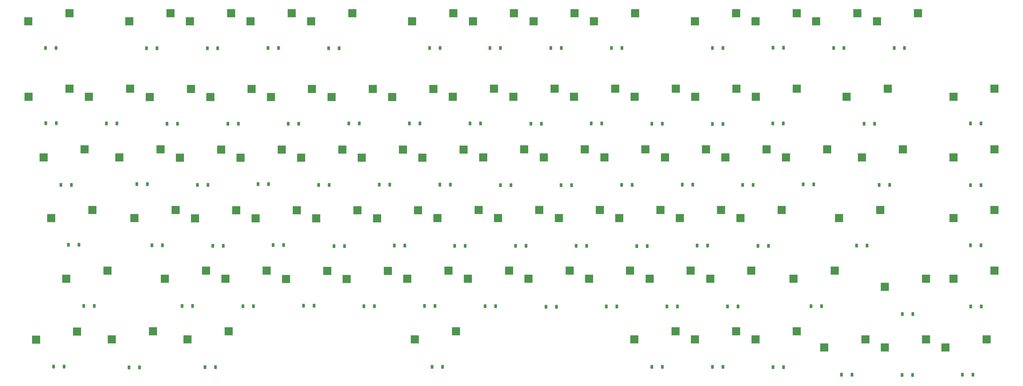
<source format=gbr>
%TF.GenerationSoftware,KiCad,Pcbnew,7.0.7*%
%TF.CreationDate,2023-10-13T15:10:29-04:00*%
%TF.ProjectId,Model A-1.0,4d6f6465-6c20-4412-9d31-2e302e6b6963,1.0*%
%TF.SameCoordinates,Original*%
%TF.FileFunction,Paste,Bot*%
%TF.FilePolarity,Positive*%
%FSLAX46Y46*%
G04 Gerber Fmt 4.6, Leading zero omitted, Abs format (unit mm)*
G04 Created by KiCad (PCBNEW 7.0.7) date 2023-10-13 15:10:29*
%MOMM*%
%LPD*%
G01*
G04 APERTURE LIST*
G04 Aperture macros list*
%AMRoundRect*
0 Rectangle with rounded corners*
0 $1 Rounding radius*
0 $2 $3 $4 $5 $6 $7 $8 $9 X,Y pos of 4 corners*
0 Add a 4 corners polygon primitive as box body*
4,1,4,$2,$3,$4,$5,$6,$7,$8,$9,$2,$3,0*
0 Add four circle primitives for the rounded corners*
1,1,$1+$1,$2,$3*
1,1,$1+$1,$4,$5*
1,1,$1+$1,$6,$7*
1,1,$1+$1,$8,$9*
0 Add four rect primitives between the rounded corners*
20,1,$1+$1,$2,$3,$4,$5,0*
20,1,$1+$1,$4,$5,$6,$7,0*
20,1,$1+$1,$6,$7,$8,$9,0*
20,1,$1+$1,$8,$9,$2,$3,0*%
G04 Aperture macros list end*
%ADD10R,2.550000X2.500000*%
%ADD11RoundRect,0.225000X0.225000X0.375000X-0.225000X0.375000X-0.225000X-0.375000X0.225000X-0.375000X0*%
G04 APERTURE END LIST*
D10*
%TO.C,SW-1U-66*%
X239715000Y-129070000D03*
X252642000Y-126530000D03*
%TD*%
%TO.C,SW-2.25U-57*%
X56368000Y-129080000D03*
X69295000Y-126540000D03*
%TD*%
%TO.C,SW-1.75U-68*%
X284970000Y-129070000D03*
X297897000Y-126530000D03*
%TD*%
%TO.C,SW-1U-15*%
X82585000Y-71935000D03*
X95512000Y-69395000D03*
%TD*%
%TO.C,SW-1U-10*%
X273055000Y-48160000D03*
X285982000Y-45620000D03*
%TD*%
%TO.C,SW-1U-25*%
X273080000Y-71925000D03*
X286007000Y-69385000D03*
%TD*%
%TO.C,SW-1U-46*%
X115905000Y-110035000D03*
X128832000Y-107495000D03*
%TD*%
%TO.C,SW-1U-51*%
X211165000Y-110025000D03*
X224092000Y-107485000D03*
%TD*%
%TO.C,SW-1U-79*%
X332717000Y-150620000D03*
X345644000Y-148080000D03*
%TD*%
%TO.C,SW-1U-38*%
X244535000Y-90975000D03*
X257462000Y-88435000D03*
%TD*%
%TO.C,SW-1.5U-41*%
X306415000Y-90970000D03*
X319342000Y-88430000D03*
%TD*%
%TO.C,SW-1U-19*%
X158790000Y-71940000D03*
X171717000Y-69400000D03*
%TD*%
%TO.C,SW-1U-36*%
X206425000Y-90975000D03*
X219352000Y-88435000D03*
%TD*%
%TO.C,SW-1.25U-71*%
X70665000Y-148130000D03*
X83592000Y-145590000D03*
%TD*%
%TO.C,SW-1U-20*%
X177840000Y-71930000D03*
X190767000Y-69390000D03*
%TD*%
%TO.C,SW-1U-18*%
X139735000Y-71940000D03*
X152662000Y-69400000D03*
%TD*%
%TO.C,SW-1U-60*%
X125440000Y-129085000D03*
X138367000Y-126545000D03*
%TD*%
%TO.C,SW-1U-65*%
X220670000Y-129070000D03*
X233597000Y-126530000D03*
%TD*%
%TO.C,SW-1U-12*%
X311160000Y-48165000D03*
X324087000Y-45625000D03*
%TD*%
%TO.C,SW-1U-48*%
X154015000Y-110045000D03*
X166942000Y-107505000D03*
%TD*%
%TO.C,SW-1U-44*%
X77795000Y-110015000D03*
X90722000Y-107475000D03*
%TD*%
%TO.C,SW-1U-63*%
X182580000Y-129070000D03*
X195507000Y-126530000D03*
%TD*%
%TO.C,SW-1U-16*%
X101635000Y-71945000D03*
X114562000Y-69405000D03*
%TD*%
%TO.C,SW-1U-49*%
X173060000Y-110025000D03*
X185987000Y-107485000D03*
%TD*%
%TO.C,SW-1U-32*%
X130210000Y-90985000D03*
X143137000Y-88445000D03*
%TD*%
%TO.C,SW-1U-47*%
X134960000Y-110040000D03*
X147887000Y-107500000D03*
%TD*%
%TO.C,SW-1.75U-43*%
X51600000Y-110020000D03*
X64527000Y-107480000D03*
%TD*%
%TO.C,SW-1.25U-72*%
X94475000Y-148125000D03*
X107402000Y-145585000D03*
%TD*%
%TO.C,SW-1U-50*%
X192110000Y-110025000D03*
X205037000Y-107485000D03*
%TD*%
%TO.C,SW-1U-3*%
X114295000Y-48150000D03*
X127222000Y-45610000D03*
%TD*%
%TO.C,SW-1U-31*%
X111155000Y-90985000D03*
X124082000Y-88445000D03*
%TD*%
%TO.C,SW-1U-17*%
X120680000Y-71940000D03*
X133607000Y-69400000D03*
%TD*%
%TO.C,SW-1.25U-70*%
X46850000Y-148135000D03*
X59777000Y-145595000D03*
%TD*%
%TO.C,SW-1U-75*%
X254005000Y-148120000D03*
X266932000Y-145580000D03*
%TD*%
%TO.C,SW-1U-39*%
X263570000Y-90975000D03*
X276497000Y-88435000D03*
%TD*%
%TO.C,SW-1U-8*%
X222235000Y-48160000D03*
X235162000Y-45620000D03*
%TD*%
%TO.C,SW-1U-4*%
X133350000Y-48155000D03*
X146277000Y-45615000D03*
%TD*%
%TO.C,SW-1U-2*%
X95245000Y-48150000D03*
X108172000Y-45610000D03*
%TD*%
%TO.C,SW-1U-13*%
X44460000Y-71925000D03*
X57387000Y-69385000D03*
%TD*%
%TO.C,SW-1U-64*%
X201630000Y-129075000D03*
X214557000Y-126535000D03*
%TD*%
%TO.C,SW-1U-80*%
X335210000Y-129070000D03*
X348137000Y-126530000D03*
%TD*%
%TO.C,SW-1U-74*%
X234955000Y-148120000D03*
X247882000Y-145580000D03*
%TD*%
%TO.C,SW-1U-23*%
X235005000Y-71925000D03*
X247932000Y-69385000D03*
%TD*%
%TO.C,SW-1U-33*%
X149260000Y-90990000D03*
X162187000Y-88450000D03*
%TD*%
%TO.C,SW-1U-42*%
X335205000Y-90975000D03*
X348132000Y-88435000D03*
%TD*%
%TO.C,SW-1U-30*%
X92100000Y-90985000D03*
X105027000Y-88445000D03*
%TD*%
%TO.C,SW-1U-62*%
X163530000Y-129075000D03*
X176457000Y-126535000D03*
%TD*%
%TO.C,SW-1U-53*%
X249260000Y-110015000D03*
X262187000Y-107475000D03*
%TD*%
%TO.C,SW-1U-0*%
X44455000Y-48160000D03*
X57382000Y-45620000D03*
%TD*%
%TO.C,SW-1U-24*%
X254040000Y-71925000D03*
X266967000Y-69385000D03*
%TD*%
%TO.C,SW-1U-21*%
X196905000Y-71930000D03*
X209832000Y-69390000D03*
%TD*%
%TO.C,SW-2U-26*%
X301652000Y-71915000D03*
X314579000Y-69375000D03*
%TD*%
%TO.C,SW-1U-14*%
X63505000Y-71925000D03*
X76432000Y-69385000D03*
%TD*%
%TO.C,SW-1U-56*%
X335210000Y-110025000D03*
X348137000Y-107485000D03*
%TD*%
%TO.C,SW-1U-1*%
X76195000Y-48155000D03*
X89122000Y-45615000D03*
%TD*%
%TO.C,SW-1U-52*%
X230210000Y-110020000D03*
X243137000Y-107480000D03*
%TD*%
%TO.C,SW-6.25U-73*%
X165899900Y-148125000D03*
X178826900Y-145585000D03*
%TD*%
%TO.C,SW-1U-76*%
X273055000Y-148120000D03*
X285982000Y-145580000D03*
%TD*%
%TO.C,SW-1U-27*%
X335205000Y-71925000D03*
X348132000Y-69385000D03*
%TD*%
%TO.C,SW-1U-54*%
X268305000Y-110025000D03*
X281232000Y-107485000D03*
%TD*%
%TO.C,SW-1U-22*%
X215955000Y-71925000D03*
X228882000Y-69385000D03*
%TD*%
%TO.C,SW-1U-61*%
X144475000Y-129085000D03*
X157402000Y-126545000D03*
%TD*%
%TO.C,SW-1U-45*%
X96855000Y-110035000D03*
X109782000Y-107495000D03*
%TD*%
%TO.C,SW-1U-37*%
X225485000Y-90975000D03*
X238412000Y-88435000D03*
%TD*%
%TO.C,SW-1U-11*%
X292105000Y-48165000D03*
X305032000Y-45625000D03*
%TD*%
%TO.C,SW-1U-40*%
X282610000Y-90975000D03*
X295537000Y-88435000D03*
%TD*%
%TO.C,SW-1U-35*%
X187375000Y-90980000D03*
X200302000Y-88440000D03*
%TD*%
%TO.C,SW-1U-59*%
X106390000Y-129070000D03*
X119317000Y-126530000D03*
%TD*%
%TO.C,SW-1U-34*%
X168320000Y-90985000D03*
X181247000Y-88445000D03*
%TD*%
%TO.C,SW-1U-5*%
X165100000Y-48155000D03*
X178027000Y-45615000D03*
%TD*%
%TO.C,SW-1U-7*%
X203215000Y-48160000D03*
X216142000Y-45620000D03*
%TD*%
%TO.C,SW-2.25U-55*%
X299263000Y-110020000D03*
X312190000Y-107480000D03*
%TD*%
%TO.C,SW-1U-77*%
X294615000Y-150620000D03*
X307542000Y-148080000D03*
%TD*%
%TO.C,SW-1U-67*%
X258770000Y-129075000D03*
X271697000Y-126535000D03*
%TD*%
%TO.C,SW-69*%
X313657000Y-131565000D03*
X326584000Y-129025000D03*
%TD*%
%TO.C,SW-1U-58*%
X87325000Y-129070000D03*
X100252000Y-126530000D03*
%TD*%
%TO.C,SW-1U-78*%
X313662000Y-150620000D03*
X326589000Y-148080000D03*
%TD*%
%TO.C,SW-1.5U-28*%
X49220000Y-90970000D03*
X62147000Y-88430000D03*
%TD*%
%TO.C,SW-1U-6*%
X184160000Y-48160000D03*
X197087000Y-45620000D03*
%TD*%
%TO.C,SW-1U-29*%
X73040000Y-90965000D03*
X85967000Y-88425000D03*
%TD*%
%TO.C,SW-1U-9*%
X254005000Y-48160000D03*
X266932000Y-45620000D03*
%TD*%
D11*
%TO.C,D50*%
X200900000Y-118705000D03*
X197600000Y-118705000D03*
%TD*%
%TO.C,D69*%
X322455000Y-140110000D03*
X319155000Y-140110000D03*
%TD*%
%TO.C,D43*%
X60365000Y-118395000D03*
X57065000Y-118395000D03*
%TD*%
%TO.C,D47*%
X143820000Y-118780000D03*
X140520000Y-118780000D03*
%TD*%
%TO.C,D61*%
X153227500Y-137650000D03*
X149927500Y-137650000D03*
%TD*%
%TO.C,D2*%
X103975000Y-56640000D03*
X100675000Y-56640000D03*
%TD*%
%TO.C,D59*%
X115157500Y-137635000D03*
X111857500Y-137635000D03*
%TD*%
%TO.C,D35*%
X196125000Y-99675000D03*
X192825000Y-99675000D03*
%TD*%
%TO.C,D53*%
X257935000Y-118655000D03*
X254635000Y-118655000D03*
%TD*%
%TO.C,D66*%
X248477500Y-137785000D03*
X245177500Y-137785000D03*
%TD*%
%TO.C,D57*%
X65157500Y-137585000D03*
X61857500Y-137585000D03*
%TD*%
%TO.C,D42*%
X343910000Y-99675000D03*
X340610000Y-99675000D03*
%TD*%
%TO.C,D70*%
X55640000Y-156680000D03*
X52340000Y-156680000D03*
%TD*%
%TO.C,D22*%
X224702500Y-80285000D03*
X221402500Y-80285000D03*
%TD*%
%TO.C,D28*%
X57992500Y-99560000D03*
X54692500Y-99560000D03*
%TD*%
%TO.C,D25*%
X281772500Y-80310000D03*
X278472500Y-80310000D03*
%TD*%
%TO.C,D30*%
X100867500Y-99540000D03*
X97567500Y-99540000D03*
%TD*%
%TO.C,D18*%
X148507500Y-80300000D03*
X145207500Y-80300000D03*
%TD*%
%TO.C,D54*%
X277110000Y-118730000D03*
X273810000Y-118730000D03*
%TD*%
%TO.C,D71*%
X79417500Y-156860000D03*
X76117500Y-156860000D03*
%TD*%
%TO.C,D80*%
X343980000Y-137745000D03*
X340680000Y-137745000D03*
%TD*%
%TO.C,D9*%
X262767500Y-56535000D03*
X259467500Y-56535000D03*
%TD*%
%TO.C,D52*%
X239005000Y-118805000D03*
X235705000Y-118805000D03*
%TD*%
%TO.C,D62*%
X172282500Y-137615000D03*
X168982500Y-137615000D03*
%TD*%
%TO.C,D5*%
X173867500Y-56605000D03*
X170567500Y-56605000D03*
%TD*%
%TO.C,D4*%
X142087500Y-56615000D03*
X138787500Y-56615000D03*
%TD*%
%TO.C,D7*%
X211935000Y-56585000D03*
X208635000Y-56585000D03*
%TD*%
%TO.C,D36*%
X215180000Y-99625000D03*
X211880000Y-99625000D03*
%TD*%
%TO.C,D16*%
X110417500Y-80335000D03*
X107117500Y-80335000D03*
%TD*%
%TO.C,D33*%
X158035000Y-99460000D03*
X154735000Y-99460000D03*
%TD*%
%TO.C,D78*%
X322380000Y-159250000D03*
X319080000Y-159250000D03*
%TD*%
%TO.C,D75*%
X262802500Y-156710000D03*
X259502500Y-156710000D03*
%TD*%
%TO.C,D64*%
X210415000Y-137855000D03*
X207115000Y-137855000D03*
%TD*%
%TO.C,D73*%
X174625000Y-156740000D03*
X171325000Y-156740000D03*
%TD*%
%TO.C,D24*%
X262737500Y-80410000D03*
X259437500Y-80410000D03*
%TD*%
%TO.C,D14*%
X72297500Y-80300000D03*
X68997500Y-80300000D03*
%TD*%
%TO.C,D65*%
X229385000Y-137720000D03*
X226085000Y-137720000D03*
%TD*%
%TO.C,D67*%
X267492500Y-137735000D03*
X264192500Y-137735000D03*
%TD*%
%TO.C,D19*%
X167532500Y-80275000D03*
X164232500Y-80275000D03*
%TD*%
%TO.C,D3*%
X123047500Y-56590000D03*
X119747500Y-56590000D03*
%TD*%
%TO.C,D51*%
X219905000Y-118705000D03*
X216605000Y-118705000D03*
%TD*%
%TO.C,D20*%
X186600000Y-80310000D03*
X183300000Y-80310000D03*
%TD*%
%TO.C,D79*%
X341345000Y-159165000D03*
X338045000Y-159165000D03*
%TD*%
%TO.C,D34*%
X177070000Y-99460000D03*
X173770000Y-99460000D03*
%TD*%
%TO.C,D68*%
X293735000Y-137635000D03*
X290435000Y-137635000D03*
%TD*%
%TO.C,D37*%
X234230000Y-99595000D03*
X230930000Y-99595000D03*
%TD*%
%TO.C,D55*%
X308040000Y-118630000D03*
X304740000Y-118630000D03*
%TD*%
%TO.C,D38*%
X253315000Y-99490000D03*
X250015000Y-99490000D03*
%TD*%
%TO.C,D63*%
X191280000Y-137635000D03*
X187980000Y-137635000D03*
%TD*%
%TO.C,D58*%
X96080000Y-137585000D03*
X92780000Y-137585000D03*
%TD*%
%TO.C,D40*%
X291310000Y-99385000D03*
X288010000Y-99385000D03*
%TD*%
%TO.C,D41*%
X315162500Y-99545000D03*
X311862500Y-99545000D03*
%TD*%
%TO.C,D11*%
X300825000Y-56550000D03*
X297525000Y-56550000D03*
%TD*%
%TO.C,D44*%
X86592500Y-118520000D03*
X83292500Y-118520000D03*
%TD*%
%TO.C,D13*%
X53192500Y-80215000D03*
X49892500Y-80215000D03*
%TD*%
%TO.C,D77*%
X303312500Y-159165000D03*
X300012500Y-159165000D03*
%TD*%
%TO.C,D6*%
X192865000Y-56565000D03*
X189565000Y-56565000D03*
%TD*%
%TO.C,D15*%
X91347500Y-80385000D03*
X88047500Y-80385000D03*
%TD*%
%TO.C,D72*%
X103245000Y-156810000D03*
X99945000Y-156810000D03*
%TD*%
%TO.C,D32*%
X139015000Y-99575000D03*
X135715000Y-99575000D03*
%TD*%
%TO.C,D26*%
X310402500Y-80390000D03*
X307102500Y-80390000D03*
%TD*%
%TO.C,D31*%
X119902500Y-99305000D03*
X116602500Y-99305000D03*
%TD*%
%TO.C,D56*%
X343885000Y-118580000D03*
X340585000Y-118580000D03*
%TD*%
%TO.C,D17*%
X129402500Y-80325000D03*
X126102500Y-80325000D03*
%TD*%
%TO.C,D29*%
X81840000Y-99355000D03*
X78540000Y-99355000D03*
%TD*%
%TO.C,D60*%
X134220000Y-137535000D03*
X130920000Y-137535000D03*
%TD*%
%TO.C,D45*%
X105697500Y-118720000D03*
X102397500Y-118720000D03*
%TD*%
%TO.C,D46*%
X124660000Y-118460000D03*
X121360000Y-118460000D03*
%TD*%
%TO.C,D1*%
X84920000Y-56615000D03*
X81620000Y-56615000D03*
%TD*%
%TO.C,D49*%
X181772500Y-118730000D03*
X178472500Y-118730000D03*
%TD*%
%TO.C,D8*%
X230977500Y-56595000D03*
X227677500Y-56595000D03*
%TD*%
%TO.C,D27*%
X343897500Y-80310000D03*
X340597500Y-80310000D03*
%TD*%
%TO.C,D48*%
X162770000Y-118655000D03*
X159470000Y-118655000D03*
%TD*%
%TO.C,D76*%
X281780000Y-156775000D03*
X278480000Y-156775000D03*
%TD*%
%TO.C,D12*%
X319875000Y-56560000D03*
X316575000Y-56560000D03*
%TD*%
%TO.C,D74*%
X243725000Y-156690000D03*
X240425000Y-156690000D03*
%TD*%
%TO.C,D21*%
X205712500Y-80380000D03*
X202412500Y-80380000D03*
%TD*%
%TO.C,D23*%
X243697500Y-80330000D03*
X240397500Y-80330000D03*
%TD*%
%TO.C,D0*%
X53157500Y-56565000D03*
X49857500Y-56565000D03*
%TD*%
%TO.C,D10*%
X281780000Y-56510000D03*
X278480000Y-56510000D03*
%TD*%
%TO.C,D39*%
X272285000Y-99540000D03*
X268985000Y-99540000D03*
%TD*%
M02*

</source>
